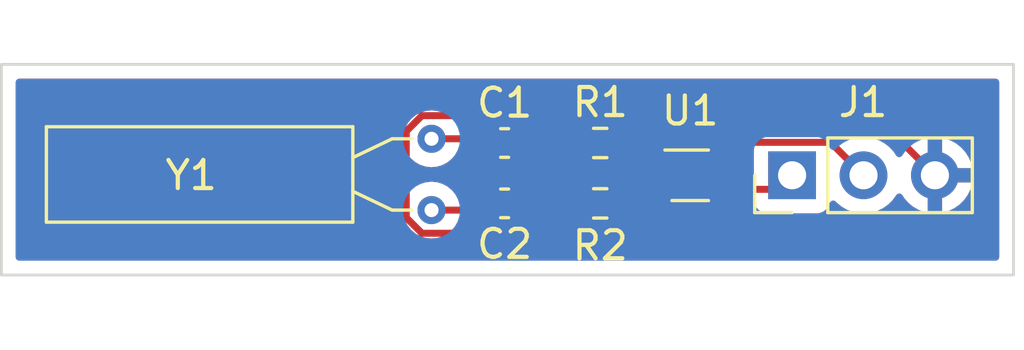
<source format=kicad_pcb>
(kicad_pcb (version 20211014) (generator pcbnew)
  (layers (0 "F.Cu" signal) (31 "B.Cu" signal) (34 "B.Paste" user) (35 "F.Paste" user) (36 "B.SilkS" user "B.Silkscreen") (37 "F.SilkS" user "F.Silkscreen") (38 "B.Mask" user) (39 "F.Mask" user) (44 "Edge.Cuts" user))
  (net 0 "")
  (net 1 "GND")
  (net 2 "VCC")
  (net 4 "/inv_in")
  (net 5 "/xtal_in")
  (net 6 "/inv_out")
  (footprint "Capacitor_SMD:C_0603_1608Metric" (layer "F.Cu") (at 170.35 106.45)
    (fp_text reference "C2" (at 0 1.45) (layer "F.SilkS"))
    (fp_text value "27 pF")
    (fp_line (start -0.14058 0.51) (end 0.14058 0.51) (layer "F.SilkS") (width 0.12))
    (fp_line (start -0.14058 -0.51) (end 0.14058 -0.51) (layer "F.SilkS") (width 0.12))
    (pad "1" smd roundrect (at -0.775 0) (size 0.9 0.95) (layers "F.Cu" "F.Paste" "F.Mask") (net 5 "/xtal_in"))
    (pad "2" smd roundrect (at 0.775 0) (size 0.9 0.95) (layers "F.Cu" "F.Paste" "F.Mask") (net 1 "GND"))
  )
  (footprint "Package_TO_SOT_SMD:SOT-553" (layer "F.Cu") (at 176.95 105.45)
    (fp_text reference "U1" (at 0 -2.3) (layer "F.SilkS"))
    (fp_text value "74LVC1GU04DRL")
    (fp_line (start 0.65 0.9) (end -0.65 0.9) (layer "F.SilkS") (width 0.12))
    (fp_line (start -0.9 -0.9) (end 0.65 -0.9) (layer "F.SilkS") (width 0.12))
    (pad "1" smd rect (at -0.7 -0.5) (size 0.45 0.3) (layers "F.Cu" "F.Paste" "F.Mask"))
    (pad "2" smd rect (at -0.7 0) (size 0.45 0.3) (layers "F.Cu" "F.Paste" "F.Mask") (net 4 "/inv_in"))
    (pad "3" smd rect (at -0.7 0.5) (size 0.45 0.3) (layers "F.Cu" "F.Paste" "F.Mask") (net 1 "GND"))
    (pad "4" smd rect (at 0.7 0.5) (size 0.45 0.3) (layers "F.Cu" "F.Paste" "F.Mask") (net 6 "/inv_out"))
    (pad "5" smd rect (at 0.7 -0.5) (size 0.45 0.3) (layers "F.Cu" "F.Paste" "F.Mask") (net 2 "VCC"))
  )
  (footprint "Resistor_SMD:R_0603_1608Metric" (layer "F.Cu") (at 173.75 106.45 180)
    (fp_text reference "R2" (at 0 -1.5 180) (layer "F.SilkS"))
    (fp_text value "160k")
    (fp_line (start -0.237258 0.5225) (end 0.237258 0.5225) (layer "F.SilkS") (width 0.12))
    (fp_line (start -0.237258 -0.5225) (end 0.237258 -0.5225) (layer "F.SilkS") (width 0.12))
    (pad "1" smd roundrect (at -0.825 0 180) (size 0.8 0.95) (layers "F.Cu" "F.Paste" "F.Mask") (net 6 "/inv_out"))
    (pad "2" smd roundrect (at 0.825 0 180) (size 0.8 0.95) (layers "F.Cu" "F.Paste" "F.Mask") (net 5 "/xtal_in"))
  )
  (footprint "Crystal:Crystal_AT310_D3.0mm_L10.0mm_Horizontal" (layer "F.Cu") (at 167.75 104.15 -90)
    (fp_text reference "Y1" (at 1.3 8.55) (layer "F.SilkS"))
    (fp_text value "32.768 kHz")
    (fp_line (start -0.43 13.7) (end 2.97 13.7) (layer "F.SilkS") (width 0.12))
    (fp_line (start 2.54 1.4) (end 2.54 0.7) (layer "F.SilkS") (width 0.12))
    (fp_line (start 2.97 13.7) (end 2.97 2.8) (layer "F.SilkS") (width 0.12))
    (fp_line (start 2.97 2.8) (end -0.43 2.8) (layer "F.SilkS") (width 0.12))
    (fp_line (start 0.67 2.8) (end 0 1.4) (layer "F.SilkS") (width 0.12))
    (fp_line (start -0.43 2.8) (end -0.43 13.7) (layer "F.SilkS") (width 0.12))
    (fp_line (start 1.87 2.8) (end 2.54 1.4) (layer "F.SilkS") (width 0.12))
    (fp_line (start 0 1.4) (end 0 0.7) (layer "F.SilkS") (width 0.12))
    (pad "1" thru_hole circle (at 0 0 270) (size 1 1) (drill 0.5) (layers *.Cu *.Mask) (net 4 "/inv_in"))
    (pad "2" thru_hole circle (at 2.54 0 270) (size 1 1) (drill 0.5) (layers *.Cu *.Mask) (net 5 "/xtal_in"))
  )
  (footprint "Connector_PinHeader_2.54mm:PinHeader_1x03_P2.54mm_Vertical" (layer "F.Cu") (at 180.574999 105.45 90)
    (fp_text reference "J1" (at 2.6 2.525001 180) (layer "F.SilkS"))
    (fp_text value "Conn_01x03_Pin")
    (fp_line (start -1.33 1.27) (end 1.33 1.27) (layer "F.SilkS") (width 0.12))
    (fp_line (start -1.33 6.41) (end 1.33 6.41) (layer "F.SilkS") (width 0.12))
    (fp_line (start -1.33 -1.33) (end 0 -1.33) (layer "F.SilkS") (width 0.12))
    (fp_line (start -1.33 0) (end -1.33 -1.33) (layer "F.SilkS") (width 0.12))
    (fp_line (start -1.33 1.27) (end -1.33 6.41) (layer "F.SilkS") (width 0.12))
    (fp_line (start 1.33 1.27) (end 1.33 6.41) (layer "F.SilkS") (width 0.12))
    (pad "1" thru_hole rect (at 0 0 90) (size 1.7 1.7) (drill 1) (layers *.Cu *.Mask) (net 6 "/inv_out"))
    (pad "2" thru_hole oval (at 0 2.54 90) (size 1.7 1.7) (drill 1) (layers *.Cu *.Mask) (net 2 "VCC"))
    (pad "3" thru_hole oval (at 0 5.08 90) (size 1.7 1.7) (drill 1) (layers *.Cu *.Mask) (net 1 "GND"))
  )
  (footprint "Resistor_SMD:R_0603_1608Metric" (layer "F.Cu") (at 173.75 104.3)
    (fp_text reference "R1" (at 0 -1.45 180) (layer "F.SilkS"))
    (fp_text value "12M")
    (fp_line (start -0.237258 0.5225) (end 0.237258 0.5225) (layer "F.SilkS") (width 0.12))
    (fp_line (start -0.237258 -0.5225) (end 0.237258 -0.5225) (layer "F.SilkS") (width 0.12))
    (pad "1" smd roundrect (at -0.825 0) (size 0.8 0.95) (layers "F.Cu" "F.Paste" "F.Mask") (net 4 "/inv_in"))
    (pad "2" smd roundrect (at 0.825 0) (size 0.8 0.95) (layers "F.Cu" "F.Paste" "F.Mask") (net 6 "/inv_out"))
  )
  (footprint "Capacitor_SMD:C_0603_1608Metric" (layer "F.Cu") (at 170.35 104.3)
    (fp_text reference "C1" (at 0 -1.43) (layer "F.SilkS"))
    (fp_text value "27 pF")
    (fp_line (start -0.14058 -0.51) (end 0.14058 -0.51) (layer "F.SilkS") (width 0.12))
    (fp_line (start -0.14058 0.51) (end 0.14058 0.51) (layer "F.SilkS") (width 0.12))
    (pad "1" smd roundrect (at -0.775 0) (size 0.9 0.95) (layers "F.Cu" "F.Paste" "F.Mask") (net 4 "/inv_in"))
    (pad "2" smd roundrect (at 0.775 0) (size 0.9 0.95) (layers "F.Cu" "F.Paste" "F.Mask") (net 1 "GND"))
  )
  (gr_rect (start 152.45 101.5) (end 188.45 109) (layer "Edge.Cuts") (width 0.1) (fill none))
  (segment (start 177.1 104.475) (end 177.775 103.8) (width 0.25) (layer "F.Cu") (net 1))
  (segment (start 166.85 106.956727) (end 166.85 103.883273) (width 0.25) (layer "F.Cu") (net 1))
  (segment (start 176.25 105.95) (end 176.775 105.95) (width 0.25) (layer "F.Cu") (net 1))
  (segment (start 167.408273 107.515) (end 166.85 106.956727) (width 0.25) (layer "F.Cu") (net 1))
  (segment (start 170.06 107.515) (end 167.408273 107.515) (width 0.25) (layer "F.Cu") (net 1))
  (segment (start 184.004999 103.8) (end 185.654999 105.45) (width 0.25) (layer "F.Cu") (net 1))
  (segment (start 166.85 103.883273) (end 167.408273 103.325) (width 0.25) (layer "F.Cu") (net 1))
  (segment (start 177.1 105.625) (end 177.1 104.475) (width 0.25) (layer "F.Cu") (net 1))
  (segment (start 167.408273 103.325) (end 170.15 103.325) (width 0.25) (layer "F.Cu") (net 1))
  (segment (start 170.15 103.325) (end 171.125 104.3) (width 0.25) (layer "F.Cu") (net 1))
  (segment (start 177.775 103.8) (end 184.004999 103.8) (width 0.25) (layer "F.Cu") (net 1))
  (segment (start 171.125 106.45) (end 170.06 107.515) (width 0.25) (layer "F.Cu") (net 1))
  (segment (start 176.775 105.95) (end 177.1 105.625) (width 0.25) (layer "F.Cu") (net 1))
  (segment (start 177.65 104.95) (end 178.325 104.275) (width 0.25) (layer "F.Cu") (net 2))
  (segment (start 181.939999 104.275) (end 183.114999 105.45) (width 0.25) (layer "F.Cu") (net 2))
  (segment (start 178.325 104.275) (end 181.939999 104.275) (width 0.25) (layer "F.Cu") (net 2))
  (segment (start 172.925 104.3) (end 173.725 103.5) (width 0.25) (layer "F.Cu") (net 4))
  (segment (start 175.7 105.425) (end 175.725 105.45) (width 0.25) (layer "F.Cu") (net 4))
  (segment (start 170.375 105.1) (end 172.125 105.1) (width 0.25) (layer "F.Cu") (net 4))
  (segment (start 175.7 104.2) (end 175.7 105.425) (width 0.25) (layer "F.Cu") (net 4))
  (segment (start 172.125 105.1) (end 172.925 104.3) (width 0.25) (layer "F.Cu") (net 4))
  (segment (start 175.725 105.45) (end 176.25 105.45) (width 0.25) (layer "F.Cu") (net 4))
  (segment (start 173.725 103.5) (end 175 103.5) (width 0.25) (layer "F.Cu") (net 4))
  (segment (start 169.425 104.15) (end 169.575 104.3) (width 0.25) (layer "F.Cu") (net 4))
  (segment (start 169.575 104.3) (end 170.375 105.1) (width 0.25) (layer "F.Cu") (net 4))
  (segment (start 175 103.5) (end 175.7 104.2) (width 0.25) (layer "F.Cu") (net 4))
  (segment (start 167.75 104.15) (end 169.425 104.15) (width 0.25) (layer "F.Cu") (net 4))
  (segment (start 169.575 106.45) (end 170.375 105.65) (width 0.25) (layer "F.Cu") (net 5))
  (segment (start 167.75 106.69) (end 169.335 106.69) (width 0.25) (layer "F.Cu") (net 5))
  (segment (start 169.335 106.69) (end 169.575 106.45) (width 0.25) (layer "F.Cu") (net 5))
  (segment (start 172.125 105.65) (end 172.925 106.45) (width 0.25) (layer "F.Cu") (net 5))
  (segment (start 170.375 105.65) (end 172.125 105.65) (width 0.25) (layer "F.Cu") (net 5))
  (segment (start 174.575 104.3) (end 174.575 106.45) (width 0.25) (layer "F.Cu") (net 6))
  (segment (start 174.575 106.45) (end 174.6 106.425) (width 0.25) (layer "F.Cu") (net 6))
  (segment (start 177.65 105.95) (end 180.074999 105.95) (width 0.25) (layer "F.Cu") (net 6))
  (segment (start 174.6 106.425) (end 177.175 106.425) (width 0.25) (layer "F.Cu") (net 6))
  (segment (start 180.074999 105.95) (end 180.574999 105.45) (width 0.25) (layer "F.Cu") (net 6))
  (segment (start 177.175 106.425) (end 177.65 105.95) (width 0.25) (layer "F.Cu") (net 6))
  (zone (net 1) (net_name "GND") (layers F&B.Cu) (connect_pads (clearance 0.508)) (min_thickness 0.254) (fill yes (thermal_gap 0.508) (thermal_bridge_width 0.508))
    (polygon (pts (xy 188.45 109) (xy 152.45 109) (xy 152.45 101.5) (xy 188.45 101.5)))
  )
)
</source>
